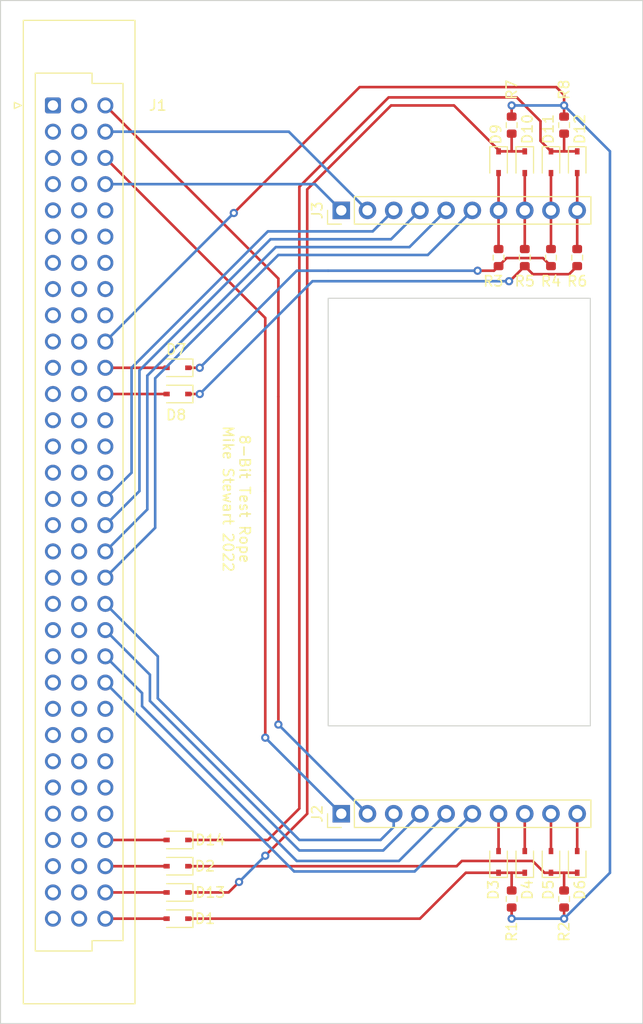
<source format=kicad_pcb>
(kicad_pcb (version 20211014) (generator pcbnew)
  (layers (0 "F.Cu" signal) (31 "B.Cu" signal) (34 "B.Paste" user) (35 "F.Paste" user) (36 "B.SilkS" user "B.Silkscreen") (37 "F.SilkS" user "F.Silkscreen") (38 "B.Mask" user) (39 "F.Mask" user) (44 "Edge.Cuts" user))
  (net 0 "")
  (net 1 "Net-(D1-Pad1)")
  (net 2 "/GBR1")
  (net 3 "Net-(D2-Pad1)")
  (net 4 "/GBR2")
  (net 5 "Net-(D3-Pad2)")
  (net 6 "Net-(D4-Pad2)")
  (net 7 "Net-(D5-Pad2)")
  (net 8 "Net-(D6-Pad2)")
  (net 9 "Net-(D7-Pad1)")
  (net 10 "/STR01")
  (net 11 "Net-(D8-Pad1)")
  (net 12 "/STR02")
  (net 13 "Net-(D10-Pad1)")
  (net 14 "Net-(D9-Pad2)")
  (net 15 "Net-(R5-Pad2)")
  (net 16 "Net-(D11-Pad1)")
  (net 17 "Net-(D11-Pad2)")
  (net 18 "Net-(D12-Pad2)")
  (net 19 "/GAR1")
  (net 20 "/GAR2")
  (net 85 "/SETRN1")
  (net 86 "/XSET1")
  (net 87 "/RSTRN1")
  (net 88 "/XRST1")
  (net 94 "/MODR1")
  (net 98 "/XFN1")
  (net 99 "/XCN1")
  (net 100 "/XFN2")
  (net 101 "/XCN2")
  (net 102 "/RFD1")
  (net 103 "/RCD1")
  (net 104 "/RFD2")
  (net 105 "/RCD2")
  (footprint "Resistor_SMD:R_0603_1608Metric" (layer "F.Cu") (at 157.48 62.992 90)
    (fp_text reference "R6" (at -2.286 0 180) (layer "F.SilkS"))
    (fp_text value "820")
    (fp_line (start -0.237258 -0.5225) (end 0.237258 -0.5225) (layer "F.SilkS") (width 0.12))
    (fp_line (start -0.237258 0.5225) (end 0.237258 0.5225) (layer "F.SilkS") (width 0.12))
    (pad "1" smd roundrect (at -0.825 0 90) (size 0.8 0.95) (layers "F.Cu" "F.Paste" "F.Mask") (net 11 "Net-(D8-Pad1)"))
    (pad "2" smd roundrect (at 0.825 0 90) (size 0.8 0.95) (layers "F.Cu" "F.Paste" "F.Mask") (net 18 "Net-(D12-Pad2)"))
  )
  (footprint "Resistor_SMD:R_0603_1608Metric" (layer "F.Cu") (at 154.94 62.992 90)
    (fp_text reference "R4" (at -2.286 0 180) (layer "F.SilkS"))
    (fp_text value "820")
    (fp_line (start -0.237258 0.5225) (end 0.237258 0.5225) (layer "F.SilkS") (width 0.12))
    (fp_line (start -0.237258 -0.5225) (end 0.237258 -0.5225) (layer "F.SilkS") (width 0.12))
    (pad "1" smd roundrect (at -0.825 0 90) (size 0.8 0.95) (layers "F.Cu" "F.Paste" "F.Mask") (net 9 "Net-(D7-Pad1)"))
    (pad "2" smd roundrect (at 0.825 0 90) (size 0.8 0.95) (layers "F.Cu" "F.Paste" "F.Mask") (net 17 "Net-(D11-Pad2)"))
  )
  (footprint "Connector_PinHeader_2.54mm:PinHeader_1x10_P2.54mm_Vertical" (layer "F.Cu") (at 134.62 116.84 90)
    (fp_text reference "J2" (at 0 -2.33 90) (layer "F.SilkS"))
    (fp_text value "Conn_01x10")
    (fp_line (start -1.33 1.27) (end -1.33 24.19) (layer "F.SilkS") (width 0.12))
    (fp_line (start -1.33 24.19) (end 1.33 24.19) (layer "F.SilkS") (width 0.12))
    (fp_line (start -1.33 0) (end -1.33 -1.33) (layer "F.SilkS") (width 0.12))
    (fp_line (start -1.33 -1.33) (end 0 -1.33) (layer "F.SilkS") (width 0.12))
    (fp_line (start 1.33 1.27) (end 1.33 24.19) (layer "F.SilkS") (width 0.12))
    (fp_line (start -1.33 1.27) (end 1.33 1.27) (layer "F.SilkS") (width 0.12))
    (pad "1" thru_hole rect (at 0 0 90) (size 1.7 1.7) (drill 1) (layers *.Cu *.Mask) (net 87 "/RSTRN1"))
    (pad "2" thru_hole oval (at 0 2.54 90) (size 1.7 1.7) (drill 1) (layers *.Cu *.Mask) (net 85 "/SETRN1"))
    (pad "3" thru_hole oval (at 0 5.08 90) (size 1.7 1.7) (drill 1) (layers *.Cu *.Mask) (net 102 "/RFD1"))
    (pad "4" thru_hole oval (at 0 7.62 90) (size 1.7 1.7) (drill 1) (layers *.Cu *.Mask) (net 103 "/RCD1"))
    (pad "5" thru_hole oval (at 0 10.16 90) (size 1.7 1.7) (drill 1) (layers *.Cu *.Mask) (net 104 "/RFD2"))
    (pad "6" thru_hole oval (at 0 12.7 90) (size 1.7 1.7) (drill 1) (layers *.Cu *.Mask) (net 105 "/RCD2"))
    (pad "7" thru_hole oval (at 0 15.24 90) (size 1.7 1.7) (drill 1) (layers *.Cu *.Mask) (net 5 "Net-(D3-Pad2)"))
    (pad "8" thru_hole oval (at 0 17.78 90) (size 1.7 1.7) (drill 1) (layers *.Cu *.Mask) (net 6 "Net-(D4-Pad2)"))
    (pad "9" thru_hole oval (at 0 20.32 90) (size 1.7 1.7) (drill 1) (layers *.Cu *.Mask) (net 7 "Net-(D5-Pad2)"))
    (pad "10" thru_hole oval (at 0 22.86 90) (size 1.7 1.7) (drill 1) (layers *.Cu *.Mask) (net 8 "Net-(D6-Pad2)"))
  )
  (footprint "Connector_DIN:DIN41612_C_3x32_Female_Vertical_THT" (layer "F.Cu") (at 106.68 48.26)
    (fp_text reference "J1" (at 10.16 0) (layer "F.SilkS"))
    (fp_text value "DIN41612_03x32_C")
    (fp_line (start 3.79 80.87) (end 3.79 81.87) (layer "F.SilkS") (width 0.12))
    (fp_line (start -2.87 86.98) (end -2.87 -8.24) (layer "F.SilkS") (width 0.12))
    (fp_line (start 6.79 80.87) (end 3.79 80.87) (layer "F.SilkS") (width 0.12))
    (fp_line (start -3.74 -0.3) (end -3.74 0.3) (layer "F.SilkS") (width 0.12))
    (fp_line (start 7.95 86.98) (end -2.87 86.98) (layer "F.SilkS") (width 0.12))
    (fp_line (start -2.87 -8.24) (end 7.95 -8.24) (layer "F.SilkS") (width 0.12))
    (fp_line (start -3.06 0) (end -3.74 -0.3) (layer "F.SilkS") (width 0.12))
    (fp_line (start 3.79 81.87) (end -1.71 81.87) (layer "F.SilkS") (width 0.12))
    (fp_line (start -1.71 81.87) (end -1.71 -3.131) (layer "F.SilkS") (width 0.12))
    (fp_line (start -1.71 -3.131) (end 3.79 -3.131) (layer "F.SilkS") (width 0.12))
    (fp_line (start 3.79 -2.131) (end 6.79 -2.131) (layer "F.SilkS") (width 0.12))
    (fp_line (start 3.79 -3.131) (end 3.79 -2.131) (layer "F.SilkS") (width 0.12))
    (fp_line (start -3.74 0.3) (end -3.06 0) (layer "F.SilkS") (width 0.12))
    (fp_line (start 6.79 -2.131) (end 6.79 80.87) (layer "F.SilkS") (width 0.12))
    (fp_line (start 7.95 -8.24) (end 7.95 86.98) (layer "F.SilkS") (width 0.12))
    (pad "" np_thru_hole circle (at 2.24 -5.63) (size 2.85 2.85) (drill 2.85) (layers *.Cu *.Mask))
    (pad "" np_thru_hole circle (at 2.24 84.37) (size 2.85 2.85) (drill 2.85) (layers *.Cu *.Mask))
    (pad "a1" thru_hole roundrect (at 0 0) (size 1.55 1.55) (drill 1) (layers *.Cu *.Mask) (roundrect_rratio 0.1612896774))
    (pad "a2" thru_hole circle (at 0 2.54) (size 1.55 1.55) (drill 1) (layers *.Cu *.Mask))
    (pad "a3" thru_hole circle (at 0 5.08) (size 1.55 1.55) (drill 1) (layers *.Cu *.Mask))
    (pad "a4" thru_hole circle (at 0 7.62) (size 1.55 1.55) (drill 1) (layers *.Cu *.Mask))
    (pad "a5" thru_hole circle (at 0 10.16) (size 1.55 1.55) (drill 1) (layers *.Cu *.Mask))
    (pad "a6" thru_hole circle (at 0 12.7) (size 1.55 1.55) (drill 1) (layers *.Cu *.Mask))
    (pad "a7" thru_hole circle (at 0 15.24) (size 1.55 1.55) (drill 1) (layers *.Cu *.Mask))
    (pad "a8" thru_hole circle (at 0 17.78) (size 1.55 1.55) (drill 1) (layers *.Cu *.Mask))
    (pad "a9" thru_hole circle (at 0 20.32) (size 1.55 1.55) (drill 1) (layers *.Cu *.Mask))
    (pad "a10" thru_hole circle (at 0 22.86) (size 1.55 1.55) (drill 1) (layers *.Cu *.Mask))
    (pad "a11" thru_hole circle (at 0 25.4) (size 1.55 1.55) (drill 1) (layers *.Cu *.Mask))
    (pad "a12" thru_hole circle (at 0 27.94) (size 1.55 1.55) (drill 1) (layers *.Cu *.Mask))
    (pad "a13" thru_hole circle (at 0 30.48) (size 1.55 1.55) (drill 1) (layers *.Cu *.Mask))
    (pad "a14" thru_hole circle (at 0 33.02) (size 1.55 1.55) (drill 1) (layers *.Cu *.Mask))
    (pad "a15" thru_hole circle (at 0 35.56) (size 1.55 1.55) (drill 1) (layers *.Cu *.Mask))
    (pad "a16" thru_hole circle (at 0 38.1) (size 1.55 1.55) (drill 1) (layers *.Cu *.Mask))
    (pad "a17" thru_hole circle (at 0 40.64) (size 1.55 1.55) (drill 1) (layers *.Cu *.Mask))
    (pad "a18" thru_hole circle (at 0 43.18) (size 1.55 1.55) (drill 1) (layers *.Cu *.Mask))
    (pad "a19" thru_hole circle (at 0 45.72) (size 1.55 1.55) (drill 1) (layers *.Cu *.Mask))
    (pad "a20" thru_hole circle (at 0 48.26) (size 1.55 1.55) (drill 1) (layers *.Cu *.Mask))
    (pad "a21" thru_hole circle (at 0 50.8) (size 1.55 1.55) (drill 1) (layers *.Cu *.Mask))
    (pad "a22" thru_hole circle (at 0 53.34) (size 1.55 1.55) (drill 1) (layers *.Cu *.Mask))
    (pad "a23" thru_hole circle (at 0 55.88) (size 1.55 1.55) (drill 1) (layers *.Cu *.Mask))
    (pad "a24" thru_hole circle (at 0 58.42) (size 1.55 1.55) (drill 1) (layers *.Cu *.Mask))
    (pad "a25" thru_hole circle (at 0 60.96) (size 1.55 1.55) (drill 1) (layers *.Cu *.Mask))
    (pad "a26" thru_hole circle (at 0 63.5) (size 1.55 1.55) (drill 1) (layers *.Cu *.Mask))
    (pad "a27" thru_hole circle (at 0 66.04) (size 1.55 1.55) (drill 1) (layers *.Cu *.Mask))
    (pad "a28" thru_hole circle (at 0 68.58) (size 1.55 1.55) (drill 1) (layers *.Cu *.Mask))
    (pad "a29" thru_hole circle (at 0 71.12) (size 1.55 1.55) (drill 1) (layers *.Cu *.Mask))
    (pad "a30" thru_hole circle (at 0 73.66) (size 1.55 1.55) (drill 1) (layers *.Cu *.Mask))
    (pad "a31" thru_hole circle (at 0 76.2) (size 1.55 1.55) (drill 1) (layers *.Cu *.Mask))
    (pad "a32" thru_hole circle (at 0 78.74) (size 1.55 1.55) (drill 1) (layers *.Cu *.Mask))
    (pad "b1" thru_hole circle (at 2.54 0) (size 1.55 1.55) (drill 1) (layers *.Cu *.Mask))
    (pad "b2" thru_hole circle (at 2.54 2.54) (size 1.55 1.55) (drill 1) (layers *.Cu *.Mask))
    (pad "b3" thru_hole circle (at 2.54 5.08) (size 1.55 1.55) (drill 1) (layers *.Cu *.Mask))
    (pad "b4" thru_hole circle (at 2.54 7.62) (size 1.55 1.55) (drill 1) (layers *.Cu *.Mask))
    (pad "b5" thru_hole circle (at 2.54 10.16) (size 1.55 1.55) (drill 1) (layers *.Cu *.Mask))
    (pad "b6" thru_hole circle (at 2.54 12.7) (size 1.55 1.55) (drill 1) (layers *.Cu *.Mask))
    (pad "b7" thru_hole circle (at 2.54 15.24) (size 1.55 1.55) (drill 1) (layers *.Cu *.Mask))
    (pad "b8" thru_hole circle (at 2.54 17.78) (size 1.55 1.55) (drill 1) (layers *.Cu *.Mask))
    (pad "b9" thru_hole circle (at 2.54 20.32) (size 1.55 1.55) (drill 1) (layers *.Cu *.Mask))
    (pad "b10" thru_hole circle (at 2.54 22.86) (size 1.55 1.55) (drill 1) (layers *.Cu *.Mask))
    (pad "b11" thru_hole circle (at 2.54 25.4) (size 1.55 1.55) (drill 1) (layers *.Cu *.Mask))
    (pad "b12" thru_hole circle (at 2.54 27.94) (size 1.55 1.55) (drill 1) (layers *.Cu *.Mask))
    (pad "b13" thru_hole circle (at 2.54 30.48) (size 1.55 1.55) (drill 1) (layers *.Cu *.Mask))
    (pad "b14" thru_hole circle (at 2.54 33.02) (size 1.55 1.55) (drill 1) (layers *.Cu *.Mask))
    (pad "b15" thru_hole circle (at 2.54 35.56) (size 1.55 1.55) (drill 1) (layers *.Cu *.Mask))
    (pad "b16" thru_hole circle (at 2.54 38.1) (size 1.55 1.55) (drill 1) (layers *.Cu *.Mask))
    (pad "b17" thru_hole circle (at 2.54 40.64) (size 1.55 1.55) (drill 1) (layers *.Cu *.Mask))
    (pad "b18" thru_hole circle (at 2.54 43.18) (size 1.55 1.55) (drill 1) (layers *.Cu *.Mask))
    (pad "b19" thru_hole circle (at 2.54 45.72) (size 1.55 1.55) (drill 1) (layers *.Cu *.Mask))
    (pad "b20" thru_hole circle (at 2.54 48.26) (size 1.55 1.55) (drill 1) (layers *.Cu *.Mask))
    (pad "b21" thru_hole circle (at 2.54 50.8) (size 1.55 1.55) (drill 1) (layers *.Cu *.Mask))
    (pad "b22" thru_hole circle (at 2.54 53.34) (size 1.55 1.55) (drill 1) (layers *.Cu *.Mask))
    (pad "b23" thru_hole circle (at 2.54 55.88) (size 1.55 1.55) (drill 1) (layers *.Cu *.Mask))
    (pad "b24" thru_hole circle (at 2.54 58.42) (size 1.55 1.55) (drill 1) (layers *.Cu *.Mask))
    (pad "b25" thru_hole circle (at 2.54 60.96) (size 1.55 1.55) (drill 1) (layers *.Cu *.Mask))
    (pad "b26" thru_hole circle (at 2.54 63.5) (size 1.55 1.55) (drill 1) (layers *.Cu *.Mask))
    (pad "b27" thru_hole circle (at 2.54 66.04) (size 1.55 1.55) (drill 1) (layers *.Cu *.Mask))
    (pad "b28" thru_hole circle (at 2.54 68.58) (size 1.55 1.55) (drill 1) (layers *.Cu *.Mask))
    (pad "b29" thru_hole circle (at 2.54 71.12) (size 1.55 1.55) (drill 1) (layers *.Cu *.Mask))
    (pad "b30" thru_hole circle (at 2.54 73.66) (size 1.55 1.55) (drill 1) (layers *.Cu *.Mask))
    (pad "b31" thru_hole circle (at 2.54 76.2) (size 1.55 1.55) (drill 1) (layers *.Cu *.Mask))
    (pad "b32" thru_hole circle (at 2.54 78.74) (size 1.55 1.55) (drill 1) (layers *.Cu *.Mask))
    (pad "c1" thru_hole circle (at 5.08 0) (size 1.55 1.55) (drill 1) (layers *.Cu *.Mask) (net 85 "/SETRN1"))
    (pad "c2" thru_hole circle (at 5.08 2.54) (size 1.55 1.55) (drill 1) (layers *.Cu *.Mask) (net 86 "/XSET1"))
    (pad "c3" thru_hole circle (at 5.08 5.08) (size 1.55 1.55) (drill 1) (layers *.Cu *.Mask) (net 87 "/RSTRN1"))
    (pad "c4" thru_hole circle (at 5.08 7.62) (size 1.55 1.55) (drill 1) (layers *.Cu *.Mask) (net 88 "/XRST1"))
    (pad "c5" thru_hole circle (at 5.08 10.16) (size 1.55 1.55) (drill 1) (layers *.Cu *.Mask))
    (pad "c6" thru_hole circle (at 5.08 12.7) (size 1.55 1.55) (drill 1) (layers *.Cu *.Mask))
    (pad "c7" thru_hole circle (at 5.08 15.24) (size 1.55 1.55) (drill 1) (layers *.Cu *.Mask))
    (pad "c8" thru_hole circle (at 5.08 17.78) (size 1.55 1.55) (drill 1) (layers *.Cu *.Mask))
    (pad "c9" thru_hole circle (at 5.08 20.32) (size 1.55 1.55) (drill 1) (layers *.Cu *.Mask))
    (pad "c10" thru_hole circle (at 5.08 22.86) (size 1.55 1.55) (drill 1) (layers *.Cu *.Mask) (net 94 "/MODR1"))
    (pad "c11" thru_hole circle (at 5.08 25.4) (size 1.55 1.55) (drill 1) (layers *.Cu *.Mask) (net 10 "/STR01"))
    (pad "c12" thru_hole circle (at 5.08 27.94) (size 1.55 1.55) (drill 1) (layers *.Cu *.Mask) (net 12 "/STR02"))
    (pad "c13" thru_hole circle (at 5.08 30.48) (size 1.55 1.55) (drill 1) (layers *.Cu *.Mask))
    (pad "c14" thru_hole circle (at 5.08 33.02) (size 1.55 1.55) (drill 1) (layers *.Cu *.Mask))
    (pad "c15" thru_hole circle (at 5.08 35.56) (size 1.55 1.55) (drill 1) (layers *.Cu *.Mask))
    (pad "c16" thru_hole circle (at 5.08 38.1) (size 1.55 1.55) (drill 1) (layers *.Cu *.Mask) (net 98 "/XFN1"))
    (pad "c17" thru_hole circle (at 5.08 40.64) (size 1.55 1.55) (drill 1) (layers *.Cu *.Mask) (net 99 "/XCN1"))
    (pad "c18" thru_hole circle (at 5.08 43.18) (size 1.55 1.55) (drill 1) (layers *.Cu *.Mask) (net 100 "/XFN2"))
    (pad "c19" thru_hole circle (at 5.08 45.72) (size 1.55 1.55) (drill 1) (layers *.Cu *.Mask) (net 101 "/XCN2"))
    (pad "c20" thru_hole circle (at 5.08 48.26) (size 1.55 1.55) (drill 1) (layers *.Cu *.Mask) (net 102 "/RFD1"))
    (pad "c21" thru_hole circle (at 5.08 50.8) (size 1.55 1.55) (drill 1) (layers *.Cu *.Mask) (net 103 "/RCD1"))
    (pad "c22" thru_hole circle (at 5.08 53.34) (size 1.55 1.55) (drill 1) (layers *.Cu *.Mask) (net 104 "/RFD2"))
    (pad "c23" thru_hole circle (at 5.08 55.88) (size 1.55 1.55) (drill 1) (layers *.Cu *.Mask) (net 105 "/RCD2"))
    (pad "c24" thru_hole circle (at 5.08 58.42) (size 1.55 1.55) (drill 1) (layers *.Cu *.Mask))
    (pad "c25" thru_hole circle (at 5.08 60.96) (size 1.55 1.55) (drill 1) (layers *.Cu *.Mask))
    (pad "c26" thru_hole circle (at 5.08 63.5) (size 1.55 1.55) (drill 1) (layers *.Cu *.Mask))
    (pad "c27" thru_hole circle (at 5.08 66.04) (size 1.55 1.55) (drill 1) (layers *.Cu *.Mask))
    (pad "c28" thru_hole circle (at 5.08 68.58) (size 1.55 1.55) (drill 1) (layers *.Cu *.Mask))
    (pad "c29" thru_hole circle (at 5.08 71.12) (size 1.55 1.55) (drill 1) (layers *.Cu *.Mask) (net 20 "/GAR2"))
    (pad "c30" thru_hole circle (at 5.08 73.66) (size 1.55 1.55) (drill 1) (layers *.Cu *.Mask) (net 4 "/GBR2"))
    (pad "c31" thru_hole circle (at 5.08 76.2) (size 1.55 1.55) (drill 1) (layers *.Cu *.Mask) (net 19 "/GAR1"))
    (pad "c32" thru_hole circle (at 5.08 78.74) (size 1.55 1.55) (drill 1) (layers *.Cu *.Mask) (net 2 "/GBR1"))
  )
  (footprint "Diode_SMD:D_SOD-323" (layer "F.Cu") (at 149.86 53.755 -90)
    (fp_text reference "D9" (at -2.701 0.254 90) (layer "F.SilkS"))
    (fp_text value "1N4148")
    (fp_line (start -1.5 0.85) (end 1.05 0.85) (layer "F.SilkS") (width 0.12))
    (fp_line (start -1.5 -0.85) (end 1.05 -0.85) (layer "F.SilkS") (width 0.12))
    (fp_line (start -1.5 -0.85) (end -1.5 0.85) (layer "F.SilkS") (width 0.12))
    (pad "1" smd rect (at -1.05 0 270) (size 0.6 0.45) (layers "F.Cu" "F.Paste" "F.Mask") (net 13 "Net-(D10-Pad1)"))
    (pad "2" smd rect (at 1.05 0 270) (size 0.6 0.45) (layers "F.Cu" "F.Paste" "F.Mask") (net 14 "Net-(D9-Pad2)"))
  )
  (footprint "Diode_SMD:D_SOD-323" (layer "F.Cu") (at 157.48 121.505 90)
    (fp_text reference "D6" (at -2.701 0.254 90) (layer "F.SilkS"))
    (fp_text value "1N4148")
    (fp_line (start -1.5 -0.85) (end -1.5 0.85) (layer "F.SilkS") (width 0.12))
    (fp_line (start -1.5 0.85) (end 1.05 0.85) (layer "F.SilkS") (width 0.12))
    (fp_line (start -1.5 -0.85) (end 1.05 -0.85) (layer "F.SilkS") (width 0.12))
    (pad "1" smd rect (at -1.05 0 90) (size 0.6 0.45) (layers "F.Cu" "F.Paste" "F.Mask") (net 3 "Net-(D2-Pad1)"))
    (pad "2" smd rect (at 1.05 0 90) (size 0.6 0.45) (layers "F.Cu" "F.Paste" "F.Mask") (net 8 "Net-(D6-Pad2)"))
  )
  (footprint "Diode_SMD:D_SOD-323" (layer "F.Cu") (at 157.48 53.755 -90)
    (fp_text reference "D12" (at -3.209 -0.254 90) (layer "F.SilkS"))
    (fp_text value "1N4148")
    (fp_line (start -1.5 -0.85) (end 1.05 -0.85) (layer "F.SilkS") (width 0.12))
    (fp_line (start -1.5 0.85) (end 1.05 0.85) (layer "F.SilkS") (width 0.12))
    (fp_line (start -1.5 -0.85) (end -1.5 0.85) (layer "F.SilkS") (width 0.12))
    (pad "1" smd rect (at -1.05 0 270) (size 0.6 0.45) (layers "F.Cu" "F.Paste" "F.Mask") (net 16 "Net-(D11-Pad1)"))
    (pad "2" smd rect (at 1.05 0 270) (size 0.6 0.45) (layers "F.Cu" "F.Paste" "F.Mask") (net 18 "Net-(D12-Pad2)"))
  )
  (footprint "Diode_SMD:D_SOD-323" (layer "F.Cu") (at 154.94 53.755 -90)
    (fp_text reference "D11" (at -3.209 0.254 90) (layer "F.SilkS"))
    (fp_text value "1N4148")
    (fp_line (start -1.5 -0.85) (end -1.5 0.85) (layer "F.SilkS") (width 0.12))
    (fp_line (start -1.5 -0.85) (end 1.05 -0.85) (layer "F.SilkS") (width 0.12))
    (fp_line (start -1.5 0.85) (end 1.05 0.85) (layer "F.SilkS") (width 0.12))
    (pad "1" smd rect (at -1.05 0 270) (size 0.6 0.45) (layers "F.Cu" "F.Paste" "F.Mask") (net 16 "Net-(D11-Pad1)"))
    (pad "2" smd rect (at 1.05 0 270) (size 0.6 0.45) (layers "F.Cu" "F.Paste" "F.Mask") (net 17 "Net-(D11-Pad2)"))
  )
  (footprint "Diode_SMD:D_SOD-323" (layer "F.Cu") (at 152.4 121.505 90)
    (fp_text reference "D4" (at -2.701 0.254 90) (layer "F.SilkS"))
    (fp_text value "1N4148")
    (fp_line (start -1.5 -0.85) (end 1.05 -0.85) (layer "F.SilkS") (width 0.12))
    (fp_line (start -1.5 -0.85) (end -1.5 0.85) (layer "F.SilkS") (width 0.12))
    (fp_line (start -1.5 0.85) (end 1.05 0.85) (layer "F.SilkS") (width 0.12))
    (pad "1" smd rect (at -1.05 0 90) (size 0.6 0.45) (layers "F.Cu" "F.Paste" "F.Mask") (net 1 "Net-(D1-Pad1)"))
    (pad "2" smd rect (at 1.05 0 90) (size 0.6 0.45) (layers "F.Cu" "F.Paste" "F.Mask") (net 6 "Net-(D4-Pad2)"))
  )
  (footprint "Resistor_SMD:R_0603_1608Metric" (layer "F.Cu") (at 152.4 62.992 90)
    (fp_text reference "R5" (at -2.286 0 180) (layer "F.SilkS"))
    (fp_text value "820")
    (fp_line (start -0.237258 -0.5225) (end 0.237258 -0.5225) (layer "F.SilkS") (width 0.12))
    (fp_line (start -0.237258 0.5225) (end 0.237258 0.5225) (layer "F.SilkS") (width 0.12))
    (pad "1" smd roundrect (at -0.825 0 90) (size 0.8 0.95) (layers "F.Cu" "F.Paste" "F.Mask") (net 11 "Net-(D8-Pad1)"))
    (pad "2" smd roundrect (at 0.825 0 90) (size 0.8 0.95) (layers "F.Cu" "F.Paste" "F.Mask") (net 15 "Net-(R5-Pad2)"))
  )
  (footprint "Diode_SMD:D_SOD-323" (layer "F.Cu") (at 118.745 124.46 180)
    (fp_text reference "D13" (at -3.175 0) (layer "F.SilkS"))
    (fp_text value "1N4148")
    (fp_line (start -1.5 0.85) (end 1.05 0.85) (layer "F.SilkS") (width 0.12))
    (fp_line (start -1.5 -0.85) (end 1.05 -0.85) (layer "F.SilkS") (width 0.12))
    (fp_line (start -1.5 -0.85) (end -1.5 0.85) (layer "F.SilkS") (width 0.12))
    (pad "1" smd rect (at -1.05 0 180) (size 0.6 0.45) (layers "F.Cu" "F.Paste" "F.Mask") (net 13 "Net-(D10-Pad1)"))
    (pad "2" smd rect (at 1.05 0 180) (size 0.6 0.45) (layers "F.Cu" "F.Paste" "F.Mask") (net 19 "/GAR1"))
  )
  (footprint "Resistor_SMD:R_0603_1608Metric" (layer "F.Cu") (at 156.21 50.165 -90)
    (fp_text reference "R8" (at -3.429 0 90) (layer "F.SilkS"))
    (fp_text value "1k")
    (fp_line (start -0.237258 0.5225) (end 0.237258 0.5225) (layer "F.SilkS") (width 0.12))
    (fp_line (start -0.237258 -0.5225) (end 0.237258 -0.5225) (layer "F.SilkS") (width 0.12))
    (pad "1" smd roundrect (at -0.825 0 270) (size 0.8 0.95) (layers "F.Cu" "F.Paste" "F.Mask") (net 94 "/MODR1"))
    (pad "2" smd roundrect (at 0.825 0 270) (size 0.8 0.95) (layers "F.Cu" "F.Paste" "F.Mask") (net 16 "Net-(D11-Pad1)"))
  )
  (footprint "Diode_SMD:D_SOD-323" (layer "F.Cu") (at 118.745 119.38 180)
    (fp_text reference "D14" (at -3.175 0) (layer "F.SilkS"))
    (fp_text value "1N4148")
    (fp_line (start -1.5 -0.85) (end 1.05 -0.85) (layer "F.SilkS") (width 0.12))
    (fp_line (start -1.5 0.85) (end 1.05 0.85) (layer "F.SilkS") (width 0.12))
    (fp_line (start -1.5 -0.85) (end -1.5 0.85) (layer "F.SilkS") (width 0.12))
    (pad "1" smd rect (at -1.05 0 180) (size 0.6 0.45) (layers "F.Cu" "F.Paste" "F.Mask") (net 16 "Net-(D11-Pad1)"))
    (pad "2" smd rect (at 1.05 0 180) (size 0.6 0.45) (layers "F.Cu" "F.Paste" "F.Mask") (net 20 "/GAR2"))
  )
  (footprint "Diode_SMD:D_SOD-323" (layer "F.Cu") (at 149.86 121.505 90)
    (fp_text reference "D3" (at -2.701 -0.508 90) (layer "F.SilkS"))
    (fp_text value "1N4148")
    (fp_line (start -1.5 0.85) (end 1.05 0.85) (layer "F.SilkS") (width 0.12))
    (fp_line (start -1.5 -0.85) (end 1.05 -0.85) (layer "F.SilkS") (width 0.12))
    (fp_line (start -1.5 -0.85) (end -1.5 0.85) (layer "F.SilkS") (width 0.12))
    (pad "1" smd rect (at -1.05 0 90) (size 0.6 0.45) (layers "F.Cu" "F.Paste" "F.Mask") (net 1 "Net-(D1-Pad1)"))
    (pad "2" smd rect (at 1.05 0 90) (size 0.6 0.45) (layers "F.Cu" "F.Paste" "F.Mask") (net 5 "Net-(D3-Pad2)"))
  )
  (footprint "Diode_SMD:D_SOD-323" (layer "F.Cu") (at 118.745 76.2 180)
    (fp_text reference "D8" (at 0.127 -2.032) (layer "F.SilkS"))
    (fp_text value "1N4148")
    (fp_line (start -1.5 0.85) (end 1.05 0.85) (layer "F.SilkS") (width 0.12))
    (fp_line (start -1.5 -0.85) (end -1.5 0.85) (layer "F.SilkS") (width 0.12))
    (fp_line (start -1.5 -0.85) (end 1.05 -0.85) (layer "F.SilkS") (width 0.12))
    (pad "1" smd rect (at -1.05 0 180) (size 0.6 0.45) (layers "F.Cu" "F.Paste" "F.Mask") (net 11 "Net-(D8-Pad1)"))
    (pad "2" smd rect (at 1.05 0 180) (size 0.6 0.45) (layers "F.Cu" "F.Paste" "F.Mask") (net 12 "/STR02"))
  )
  (footprint "Connector_PinHeader_2.54mm:PinHeader_1x10_P2.54mm_Vertical" (layer "F.Cu") (at 134.62 58.42 90)
    (fp_text reference "J3" (at 0 -2.33 90) (layer "F.SilkS"))
    (fp_text value "Conn_01x10")
    (fp_line (start 1.33 1.27) (end 1.33 24.19) (layer "F.SilkS") (width 0.12))
    (fp_line (start -1.33 0) (end -1.33 -1.33) (layer "F.SilkS") (width 0.12))
    (fp_line (start -1.33 1.27) (end 1.33 1.27) (layer "F.SilkS") (width 0.12))
    (fp_line (start -1.33 24.19) (end 1.33 24.19) (layer "F.SilkS") (width 0.12))
    (fp_line (start -1.33 -1.33) (end 0 -1.33) (layer "F.SilkS") (width 0.12))
    (fp_line (start -1.33 1.27) (end -1.33 24.19) (layer "F.SilkS") (width 0.12))
    (pad "1" thru_hole rect (at 0 0 90) (size 1.7 1.7) (drill 1) (layers *.Cu *.Mask) (net 88 "/XRST1"))
    (pad "2" thru_hole oval (at 0 2.54 90) (size 1.7 1.7) (drill 1) (layers *.Cu *.Mask) (net 86 "/XSET1"))
    (pad "3" thru_hole oval (at 0 5.08 90) (size 1.7 1.7) (drill 1) (layers *.Cu *.Mask) (net 98 "/XFN1"))
    (pad "4" thru_hole oval (at 0 7.62 90) (size 1.7 1.7) (drill 1) (layers *.Cu *.Mask) (net 99 "/XCN1"))
    (pad "5" thru_hole oval (at 0 10.16 90) (size 1.7 1.7) (drill 1) (layers *.Cu *.Mask) (net 100 "/XFN2"))
    (pad "6" thru_hole oval (at 0 12.7 90) (size 1.7 1.7) (drill 1) (layers *.Cu *.Mask) (net 101 "/XCN2"))
    (pad "7" thru_hole oval (at 0 15.24 90) (size 1.7 1.7) (drill 1) (layers *.Cu *.Mask) (net 14 "Net-(D9-Pad2)"))
    (pad "8" thru_hole oval (at 0 17.78 90) (size 1.7 1.7) (drill 1) (layers *.Cu *.Mask) (net 15 "Net-(R5-Pad2)"))
    (pad "9" thru_hole oval (at 0 20.32 90) (size 1.7 1.7) (drill 1) (layers *.Cu *.Mask) (net 17 "Net-(D11-Pad2)"))
    (pad "10" thru_hole oval (at 0 22.86 90) (size 1.7 1.7) (drill 1) (layers *.Cu *.Mask) (net 18 "Net-(D12-Pad2)"))
  )
  (footprint "Diode_SMD:D_SOD-323" (layer "F.Cu") (at 118.745 127 180)
    (fp_text reference "D1" (at -2.667 0) (layer "F.SilkS"))
    (fp_text value "1N4148")
    (fp_line (start -1.5 0.85) (end 1.05 0.85) (layer "F.SilkS") (width 0.12))
    (fp_line (start -1.5 -0.85) (end -1.5 0.85) (layer "F.SilkS") (width 0.12))
    (fp_line (start -1.5 -0.85) (end 1.05 -0.85) (layer "F.SilkS") (width 0.12))
    (pad "1" smd rect (at -1.05 0 180) (size 0.6 0.45) (layers "F.Cu" "F.Paste" "F.Mask") (net 1 "Net-(D1-Pad1)"))
    (pad "2" smd rect (at 1.05 0 180) (size 0.6 0.45) (layers "F.Cu" "F.Paste" "F.Mask") (net 2 "/GBR1"))
  )
  (footprint "Resistor_SMD:R_0603_1608Metric" (layer "F.Cu") (at 151.13 50.165 -90)
    (fp_text reference "R7" (at -3.429 0 90) (layer "F.SilkS"))
    (fp_text value "1k")
    (fp_line (start -0.237258 -0.5225) (end 0.237258 -0.5225) (layer "F.SilkS") (width 0.12))
    (fp_line (start -0.237258 0.5225) (end 0.237258 0.5225) (layer "F.SilkS") (width 0.12))
    (pad "1" smd roundrect (at -0.825 0 270) (size 0.8 0.95) (layers "F.Cu" "F.Paste" "F.Mask") (net 94 "/MODR1"))
    (pad "2" smd roundrect (at 0.825 0 270) (size 0.8 0.95) (layers "F.Cu" "F.Paste" "F.Mask") (net 13 "Net-(D10-Pad1)"))
  )
  (footprint "Diode_SMD:D_SOD-323" (layer "F.Cu") (at 152.4 53.755 -90)
    (fp_text reference "D10" (at -3.209 -0.254 90) (layer "F.SilkS"))
    (fp_text value "1N4148")
    (fp_line (start -1.5 0.85) (end 1.05 0.85) (layer "F.SilkS") (width 0.12))
    (fp_line (start -1.5 -0.85) (end -1.5 0.85) (layer "F.SilkS") (width 0.12))
    (fp_line (start -1.5 -0.85) (end 1.05 -0.85) (layer "F.SilkS") (width 0.12))
    (pad "1" smd rect (at -1.05 0 270) (size 0.6 0.45) (layers "F.Cu" "F.Paste" "F.Mask") (net 13 "Net-(D10-Pad1)"))
    (pad "2" smd rect (at 1.05 0 270) (size 0.6 0.45) (layers "F.Cu" "F.Paste" "F.Mask") (net 15 "Net-(R5-Pad2)"))
  )
  (footprint "Diode_SMD:D_SOD-323" (layer "F.Cu") (at 118.745 73.66 180)
    (fp_text reference "D7" (at 0.127 1.778) (layer "F.SilkS"))
    (fp_text value "1N4148")
    (fp_line (start -1.5 -0.85) (end -1.5 0.85) (layer "F.SilkS") (width 0.12))
    (fp_line (start -1.5 0.85) (end 1.05 0.85) (layer "F.SilkS") (width 0.12))
    (fp_line (start -1.5 -0.85) (end 1.05 -0.85) (layer "F.SilkS") (width 0.12))
    (pad "1" smd rect (at -1.05 0 180) (size 0.6 0.45) (layers "F.Cu" "F.Paste" "F.Mask") (net 9 "Net-(D7-Pad1)"))
    (pad "2" smd rect (at 1.05 0 180) (size 0.6 0.45) (layers "F.Cu" "F.Paste" "F.Mask") (net 10 "/STR01"))
  )
  (footprint "Resistor_SMD:R_0603_1608Metric" (layer "F.Cu") (at 156.21 125.095 90)
    (fp_text reference "R2" (at -3.175 0 90) (layer "F.SilkS"))
    (fp_text value "1k")
    (fp_line (start -0.237258 0.5225) (end 0.237258 0.5225) (layer "F.SilkS") (width 0.12))
    (fp_line (start -0.237258 -0.5225) (end 0.237258 -0.5225) (layer "F.SilkS") (width 0.12))
    (pad "1" smd roundrect (at -0.825 0 90) (size 0.8 0.95) (layers "F.Cu" "F.Paste" "F.Mask") (net 94 "/MODR1"))
    (pad "2" smd roundrect (at 0.825 0 90) (size 0.8 0.95) (layers "F.Cu" "F.Paste" "F.Mask") (net 3 "Net-(D2-Pad1)"))
  )
  (footprint "Diode_SMD:D_SOD-323" (layer "F.Cu") (at 154.94 121.505 90)
    (fp_text reference "D5" (at -2.701 -0.254 90) (layer "F.SilkS"))
    (fp_text value "1N4148")
    (fp_line (start -1.5 -0.85) (end 1.05 -0.85) (layer "F.SilkS") (width 0.12))
    (fp_line (start -1.5 0.85) (end 1.05 0.85) (layer "F.SilkS") (width 0.12))
    (fp_line (start -1.5 -0.85) (end -1.5 0.85) (layer "F.SilkS") (width 0.12))
    (pad "1" smd rect (at -1.05 0 90) (size 0.6 0.45) (layers "F.Cu" "F.Paste" "F.Mask") (net 3 "Net-(D2-Pad1)"))
    (pad "2" smd rect (at 1.05 0 90) (size 0.6 0.45) (layers "F.Cu" "F.Paste" "F.Mask") (net 7 "Net-(D5-Pad2)"))
  )
  (footprint "Diode_SMD:D_SOD-323" (layer "F.Cu") (at 118.745 121.92 180)
    (fp_text reference "D2" (at -2.667 0) (layer "F.SilkS"))
    (fp_text value "1N4148")
    (fp_line (start -1.5 -0.85) (end -1.5 0.85) (layer "F.SilkS") (width 0.12))
    (fp_line (start -1.5 0.85) (end 1.05 0.85) (layer "F.SilkS") (width 0.12))
    (fp_line (start -1.5 -0.85) (end 1.05 -0.85) (layer "F.SilkS") (width 0.12))
    (pad "1" smd rect (at -1.05 0 180) (size 0.6 0.45) (layers "F.Cu" "F.Paste" "F.Mask") (net 3 "Net-(D2-Pad1)"))
    (pad "2" smd rect (at 1.05 0 180) (size 0.6 0.45) (layers "F.Cu" "F.Paste" "F.Mask") (net 4 "/GBR2"))
  )
  (footprint "Resistor_SMD:R_0603_1608Metric" (layer "F.Cu") (at 151.13 125.095 90)
    (fp_text reference "R1" (at -3.175 0 90) (layer "F.SilkS"))
    (fp_text value "1k")
    (fp_line (start -0.237258 -0.5225) (end 0.237258 -0.5225) (layer "F.SilkS") (width 0.12))
    (fp_line (start -0.237258 0.5225) (end 0.237258 0.5225) (layer "F.SilkS") (width 0.12))
    (pad "1" smd roundrect (at -0.825 0 90) (size 0.8 0.95) (layers "F.Cu" "F.Paste" "F.Mask") (net 94 "/MODR1"))
    (pad "2" smd roundrect (at 0.825 0 90) (size 0.8 0.95) (layers "F.Cu" "F.Paste" "F.Mask") (net 1 "Net-(D1-Pad1)"))
  )
  (footprint "Resistor_SMD:R_0603_1608Metric" (layer "F.Cu") (at 149.86 62.992 90)
    (fp_text reference "R3" (at -2.286 -0.508 180) (layer "F.SilkS"))
    (fp_text value "820")
    (fp_line (start -0.237258 -0.5225) (end 0.237258 -0.5225) (layer "F.SilkS") (width 0.12))
    (fp_line (start -0.237258 0.5225) (end 0.237258 0.5225) (layer "F.SilkS") (width 0.12))
    (pad "1" smd roundrect (at -0.825 0 90) (size 0.8 0.95) (layers "F.Cu" "F.Paste" "F.Mask") (net 9 "Net-(D7-Pad1)"))
    (pad "2" smd roundrect (at 0.825 0 90) (size 0.8 0.95) (layers "F.Cu" "F.Paste" "F.Mask") (net 14 "Net-(D9-Pad2)"))
  )
  (gr_rect (start 101.6 38.1) (end 163.83 137.16) (layer "Edge.Cuts") (width 0.1) (fill none))
  (gr_rect (start 133.35 66.929) (end 158.75 108.331) (layer "Edge.Cuts") (width 0.1) (fill none))
  (gr_text "8-Bit Test Rope\nMike Stewart 2022" (at 124.46 86.36 270) (layer "F.SilkS") (effects (font (size 1 1))))
  (segment (start 149.86 122.555) (end 146.685 122.555) (width 0.254) (layer "F.Cu") (net 1))
  (segment (start 152.4 122.555) (end 151.13 122.555) (width 0.254) (layer "F.Cu") (net 1))
  (segment (start 146.685 122.555) (end 142.24 127) (width 0.254) (layer "F.Cu") (net 1))
  (segment (start 142.24 127) (end 119.795 127) (width 0.254) (layer "F.Cu") (net 1))
  (segment (start 151.13 122.555) (end 149.86 122.555) (width 0.254) (layer "F.Cu") (net 1))
  (segment (start 151.13 124.27) (end 151.13 122.555) (width 0.254) (layer "F.Cu") (net 1))
  (segment (start 117.695 127) (end 111.76 127) (width 0.254) (layer "F.Cu") (net 2))
  (segment (start 156.21 124.27) (end 156.21 122.555) (width 0.254) (layer "F.Cu") (net 3))
  (segment (start 153.162 121.412) (end 154.305 122.555) (width 0.254) (layer "F.Cu") (net 3))
  (segment (start 145.796 121.92) (end 146.304 121.412) (width 0.254) (layer "F.Cu") (net 3))
  (segment (start 156.21 122.555) (end 157.48 122.555) (width 0.254) (layer "F.Cu") (net 3))
  (segment (start 119.795 121.92) (end 145.796 121.92) (width 0.254) (layer "F.Cu") (net 3))
  (segment (start 146.304 121.412) (end 153.162 121.412) (width 0.254) (layer "F.Cu") (net 3))
  (segment (start 154.305 122.555) (end 154.94 122.555) (width 0.254) (layer "F.Cu") (net 3))
  (segment (start 154.94 122.555) (end 156.21 122.555) (width 0.254) (layer "F.Cu") (net 3))
  (segment (start 117.695 121.92) (end 111.76 121.92) (width 0.254) (layer "F.Cu") (net 4))
  (segment (start 149.86 120.455) (end 149.86 116.84) (width 0.254) (layer "F.Cu") (net 5))
  (segment (start 152.4 120.455) (end 152.4 116.84) (width 0.254) (layer "F.Cu") (net 6))
  (segment (start 154.94 120.455) (end 154.94 116.84) (width 0.254) (layer "F.Cu") (net 7))
  (segment (start 157.48 120.455) (end 157.48 116.84) (width 0.254) (layer "F.Cu") (net 8))
  (segment (start 119.795 73.66) (end 120.904 73.66) (width 0.254) (layer "F.Cu") (net 9))
  (segment (start 149.86 63.817) (end 150.64052 63.03648) (width 0.254) (layer "F.Cu") (net 9))
  (segment (start 150.64052 63.03648) (end 154.15948 63.03648) (width 0.254) (layer "F.Cu") (net 9))
  (segment (start 149.415 64.262) (end 149.86 63.817) (width 0.254) (layer "F.Cu") (net 9))
  (segment (start 147.828 64.262) (end 149.415 64.262) (width 0.254) (layer "F.Cu") (net 9))
  (segment (start 154.15948 63.03648) (end 154.94 63.817) (width 0.254) (layer "F.Cu") (net 9))
  (via (at 120.904 73.66) (size 0.8) (drill 0.4) (layers "F.Cu" "B.Cu") (net 9))
  (via (at 147.828 64.262) (size 0.8) (drill 0.4) (layers "F.Cu" "B.Cu") (net 9))
  (segment (start 130.302 64.262) (end 133.35 64.262) (width 0.254) (layer "B.Cu") (net 9))
  (segment (start 120.904 73.66) (end 130.302 64.262) (width 0.254) (layer "B.Cu") (net 9))
  (segment (start 133.35 64.262) (end 147.828 64.262) (width 0.254) (layer "B.Cu") (net 9))
  (segment (start 117.695 73.66) (end 111.76 73.66) (width 0.254) (layer "F.Cu") (net 10))
  (segment (start 150.939 65.278) (end 152.4 63.817) (width 0.254) (layer "F.Cu") (net 11))
  (segment (start 150.876 65.278) (end 150.939 65.278) (width 0.254) (layer "F.Cu") (net 11))
  (segment (start 153.18052 64.59752) (end 156.69948 64.59752) (width 0.254) (layer "F.Cu") (net 11))
  (segment (start 152.4 63.817) (end 153.18052 64.59752) (width 0.254) (layer "F.Cu") (net 11))
  (segment (start 119.795 76.2) (end 120.904 76.2) (width 0.254) (layer "F.Cu") (net 11))
  (segment (start 156.69948 64.59752) (end 157.48 63.817) (width 0.254) (layer "F.Cu") (net 11))
  (via (at 120.904 76.2) (size 0.8) (drill 0.4) (layers "F.Cu" "B.Cu") (net 11))
  (via (at 150.876 65.278) (size 0.8) (drill 0.4) (layers "F.Cu" "B.Cu") (net 11))
  (segment (start 120.904 76.2) (end 131.826 65.278) (width 0.254) (layer "B.Cu") (net 11))
  (segment (start 131.826 65.278) (end 150.876 65.278) (width 0.254) (layer "B.Cu") (net 11))
  (segment (start 117.695 76.2) (end 111.76 76.2) (width 0.254) (layer "F.Cu") (net 12))
  (segment (start 131.318 116.84) (end 131.318 56.388) (width 0.254) (layer "F.Cu") (net 13))
  (segment (start 149.86 52.705) (end 151.13 52.705) (width 0.254) (layer "F.Cu") (net 13))
  (segment (start 145.542 48.26) (end 149.86 52.578) (width 0.254) (layer "F.Cu") (net 13))
  (segment (start 149.86 52.578) (end 149.86 52.705) (width 0.254) (layer "F.Cu") (net 13))
  (segment (start 119.795 124.46) (end 123.698 124.46) (width 0.254) (layer "F.Cu") (net 13))
  (segment (start 151.13 52.705) (end 152.4 52.705) (width 0.254) (layer "F.Cu") (net 13))
  (segment (start 151.13 52.705) (end 151.13 50.99) (width 0.254) (layer "F.Cu") (net 13))
  (segment (start 139.446 48.26) (end 145.542 48.26) (width 0.254) (layer "F.Cu") (net 13))
  (segment (start 131.318 56.388) (end 139.446 48.26) (width 0.254) (layer "F.Cu") (net 13))
  (segment (start 127.254 120.904) (end 131.318 116.84) (width 0.254) (layer "F.Cu") (net 13))
  (segment (start 123.698 124.46) (end 124.714 123.444) (width 0.254) (layer "F.Cu") (net 13))
  (via (at 124.714 123.444) (size 0.8) (drill 0.4) (layers "F.Cu" "B.Cu") (net 13))
  (via (at 127.254 120.904) (size 0.8) (drill 0.4) (layers "F.Cu" "B.Cu") (net 13))
  (segment (start 124.714 123.444) (end 127.254 120.904) (width 0.254) (layer "B.Cu") (net 13))
  (segment (start 149.86 58.42) (end 149.86 54.805) (width 0.254) (layer "F.Cu") (net 14))
  (segment (start 149.86 58.42) (end 149.86 62.167) (width 0.254) (layer "F.Cu") (net 14))
  (segment (start 152.4 62.167) (end 152.4 58.42) (width 0.254) (layer "F.Cu") (net 15))
  (segment (start 152.4 58.42) (end 152.4 54.805) (width 0.254) (layer "F.Cu") (net 15))
  (segment (start 154.94 52.705) (end 156.21 52.705) (width 0.254) (layer "F.Cu") (net 16))
  (segment (start 139.210511 47.479489) (end 151.619489 47.479489) (width 0.254) (layer "F.Cu") (net 16))
  (segment (start 153.924 49.784) (end 153.924 51.689) (width 0.254) (layer "F.Cu") (net 16))
  (segment (start 119.795 119.38) (end 127.508 119.38) (width 0.254) (layer "F.Cu") (net 16))
  (segment (start 151.619489 47.479489) (end 153.924 49.784) (width 0.254) (layer "F.Cu") (net 16))
  (segment (start 156.21 52.705) (end 157.48 52.705) (width 0.254) (layer "F.Cu") (net 16))
  (segment (start 130.556 116.332) (end 130.556 56.134) (width 0.254) (layer "F.Cu") (net 16))
  (segment (start 130.556 56.134) (end 139.210511 47.479489) (width 0.254) (layer "F.Cu") (net 16))
  (segment (start 153.924 51.689) (end 154.94 52.705) (width 0.254) (layer "F.Cu") (net 16))
  (segment (start 127.508 119.38) (end 130.556 116.332) (width 0.254) (layer "F.Cu") (net 16))
  (segment (start 156.21 52.705) (end 156.21 50.99) (width 0.254) (layer "F.Cu") (net 16))
  (segment (start 154.94 62.167) (end 154.94 58.42) (width 0.254) (layer "F.Cu") (net 17))
  (segment (start 154.94 58.42) (end 154.94 54.805) (width 0.254) (layer "F.Cu") (net 17))
  (segment (start 157.48 58.42) (end 157.48 54.805) (width 0.254) (layer "F.Cu") (net 18))
  (segment (start 157.48 58.42) (end 157.48 62.167) (width 0.254) (layer "F.Cu") (net 18))
  (segment (start 117.695 124.46) (end 111.76 124.46) (width 0.254) (layer "F.Cu") (net 19))
  (segment (start 117.695 119.38) (end 111.76 119.38) (width 0.254) (layer "F.Cu") (net 20))
  (segment (start 111.76 48.26) (end 128.524 65.024) (width 0.254) (layer "F.Cu") (net 85))
  (segment (start 128.524 65.024) (end 128.524 76.454) (width 0.254) (layer "F.Cu") (net 85))
  (segment (start 128.524 76.454) (end 128.524 108.204) (width 0.254) (layer "F.Cu") (net 85))
  (via (at 128.524 108.204) (size 0.8) (drill 0.4) (layers "F.Cu" "B.Cu") (net 85))
  (segment (start 128.524 108.204) (end 137.16 116.84) (width 0.254) (layer "B.Cu") (net 85))
  (segment (start 111.76 50.8) (end 129.54 50.8) (width 0.254) (layer "B.Cu") (net 86))
  (segment (start 129.54 50.8) (end 137.16 58.42) (width 0.254) (layer "B.Cu") (net 86))
  (segment (start 127.254 85.598) (end 127.254 109.474) (width 0.254) (layer "F.Cu") (net 87))
  (segment (start 127.254 68.834) (end 127.254 85.598) (width 0.254) (layer "F.Cu") (net 87))
  (segment (start 111.76 53.34) (end 127.254 68.834) (width 0.254) (layer "F.Cu") (net 87))
  (via (at 127.254 109.474) (size 0.8) (drill 0.4) (layers "F.Cu" "B.Cu") (net 87))
  (segment (start 127.254 109.474) (end 134.62 116.84) (width 0.254) (layer "B.Cu") (net 87))
  (segment (start 111.76 55.88) (end 132.08 55.88) (width 0.254) (layer "B.Cu") (net 88))
  (segment (start 132.08 55.88) (end 134.62 58.42) (width 0.254) (layer "B.Cu") (net 88))
  (segment (start 156.21 47.244) (end 156.21 48.26) (width 0.254) (layer "F.Cu") (net 94))
  (segment (start 156.21 49.34) (end 156.21 48.26) (width 0.254) (layer "F.Cu") (net 94))
  (segment (start 124.206 58.674) (end 136.398 46.482) (width 0.254) (layer "F.Cu") (net 94))
  (segment (start 136.398 46.482) (end 155.448 46.482) (width 0.254) (layer "F.Cu") (net 94))
  (segment (start 155.448 46.482) (end 156.21 47.244) (width 0.254) (layer "F.Cu") (net 94))
  (segment (start 151.13 49.34) (end 151.13 48.26) (width 0.254) (layer "F.Cu") (net 94))
  (segment (start 156.21 125.92) (end 156.21 127) (width 0.254) (layer "F.Cu") (net 94))
  (segment (start 151.13 125.92) (end 151.13 127) (width 0.254) (layer "F.Cu") (net 94))
  (via (at 156.21 48.26) (size 0.8) (drill 0.4) (layers "F.Cu" "B.Cu") (net 94))
  (via (at 124.206 58.674) (size 0.8) (drill 0.4) (layers "F.Cu" "B.Cu") (net 94))
  (via (at 156.21 127) (size 0.8) (drill 0.4) (layers "F.Cu" "B.Cu") (net 94))
  (via (at 151.13 48.26) (size 0.8) (drill 0.4) (layers "F.Cu" "B.Cu") (net 94))
  (via (at 151.13 127) (size 0.8) (drill 0.4) (layers "F.Cu" "B.Cu") (net 94))
  (segment (start 160.655 52.705) (end 156.21 48.26) (width 0.254) (layer "B.Cu") (net 94))
  (segment (start 160.655 122.555) (end 160.655 52.705) (width 0.254) (layer "B.Cu") (net 94))
  (segment (start 156.21 48.26) (end 151.13 48.26) (width 0.254) (layer "B.Cu") (net 94))
  (segment (start 151.13 127) (end 156.21 127) (width 0.254) (layer "B.Cu") (net 94))
  (segment (start 156.21 127) (end 160.655 122.555) (width 0.254) (layer "B.Cu") (net 94))
  (segment (start 111.76 71.12) (end 124.206 58.674) (width 0.254) (layer "B.Cu") (net 94))
  (segment (start 114.3 73.66) (end 127.508 60.452) (width 0.254) (layer "B.Cu") (net 98))
  (segment (start 137.668 60.452) (end 139.7 58.42) (width 0.254) (layer "B.Cu") (net 98))
  (segment (start 127.508 60.452) (end 137.668 60.452) (width 0.254) (layer "B.Cu") (net 98))
  (segment (start 114.3 83.82) (end 114.3 73.66) (width 0.254) (layer "B.Cu") (net 98))
  (segment (start 111.76 86.36) (end 114.3 83.82) (width 0.254) (layer "B.Cu") (net 98))
  (segment (start 115.062 85.598) (end 115.062 73.914) (width 0.254) (layer "B.Cu") (net 99))
  (segment (start 115.062 73.914) (end 127.762 61.214) (width 0.254) (layer "B.Cu") (net 99))
  (segment (start 111.76 88.9) (end 115.062 85.598) (width 0.254) (layer "B.Cu") (net 99))
  (segment (start 139.446 61.214) (end 142.24 58.42) (width 0.254) (layer "B.Cu") (net 99))
  (segment (start 127.762 61.214) (end 139.446 61.214) (width 0.254) (layer "B.Cu") (net 99))
  (segment (start 128.27 61.976) (end 141.224 61.976) (width 0.254) (layer "B.Cu") (net 100))
  (segment (start 115.824 87.376) (end 115.824 74.422) (width 0.254) (layer "B.Cu") (net 100))
  (segment (start 115.824 74.422) (end 128.27 61.976) (width 0.254) (layer "B.Cu") (net 100))
  (segment (start 141.224 61.976) (end 144.78 58.42) (width 0.254) (layer "B.Cu") (net 100))
  (segment (start 111.76 91.44) (end 115.824 87.376) (width 0.254) (layer "B.Cu") (net 100))
  (segment (start 116.586 74.676) (end 128.524 62.738) (width 0.254) (layer "B.Cu") (net 101))
  (segment (start 128.524 62.738) (end 143.002 62.738) (width 0.254) (layer "B.Cu") (net 101))
  (segment (start 116.586 89.154) (end 116.586 74.676) (width 0.254) (layer "B.Cu") (net 101))
  (segment (start 111.76 93.98) (end 116.586 89.154) (width 0.254) (layer "B.Cu") (net 101))
  (segment (start 143.002 62.738) (end 147.32 58.42) (width 0.254) (layer "B.Cu") (net 101))
  (segment (start 111.76 96.52) (end 116.84 101.6) (width 0.254) (layer "B.Cu") (net 102))
  (segment (start 130.556 119.38) (end 138.43 119.38) (width 0.254) (layer "B.Cu") (net 102))
  (segment (start 116.84 105.664) (end 130.556 119.38) (width 0.254) (layer "B.Cu") (net 102))
  (segment (start 138.43 119.38) (end 139.7 118.11) (width 0.254) (layer "B.Cu") (net 102))
  (segment (start 116.84 101.6) (end 116.84 105.664) (width 0.254) (layer "B.Cu") (net 102))
  (segment (start 139.7 118.11) (end 139.7 116.84) (width 0.254) (layer "B.Cu") (net 102))
  (segment (start 130.556 120.396) (end 138.684 120.396) (width 0.254) (layer "B.Cu") (net 103))
  (segment (start 138.684 120.396) (end 142.24 116.84) (width 0.254) (layer "B.Cu") (net 103))
  (segment (start 111.76 99.06) (end 116.078 103.378) (width 0.254) (layer "B.Cu") (net 103))
  (segment (start 116.078 105.918) (end 130.556 120.396) (width 0.254) (layer "B.Cu") (net 103))
  (segment (start 116.078 103.378) (end 116.078 105.918) (width 0.254) (layer "B.Cu") (net 103))
  (segment (start 115.316 105.156) (end 115.316 106.426) (width 0.254) (layer "B.Cu") (net 104))
  (segment (start 140.208 121.412) (end 144.78 116.84) (width 0.254) (layer "B.Cu") (net 104))
  (segment (start 111.76 101.6) (end 115.316 105.156) (width 0.254) (layer "B.Cu") (net 104))
  (segment (start 115.316 106.426) (end 130.302 121.412) (width 0.254) (layer "B.Cu") (net 104))
  (segment (start 130.302 121.412) (end 140.208 121.412) (width 0.254) (layer "B.Cu") (net 104))
  (segment (start 130.048 122.428) (end 141.732 122.428) (width 0.254) (layer "B.Cu") (net 105))
  (segment (start 111.76 104.14) (end 130.048 122.428) (width 0.254) (layer "B.Cu") (net 105))
  (segment (start 141.732 122.428) (end 147.32 116.84) (width 0.254) (layer "B.Cu") (net 105))
)
</source>
